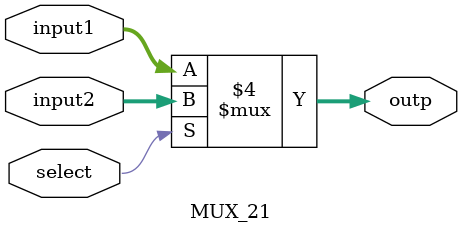
<source format=v>

module MUX_21(
  input [7:0] input1,input2,
  input select,
  output reg [7:0] outp);
  
  always@(*)
  begin
    if(select == 1)
      outp = input2;
    else
      outp = input1;        
  end
endmodule

</source>
